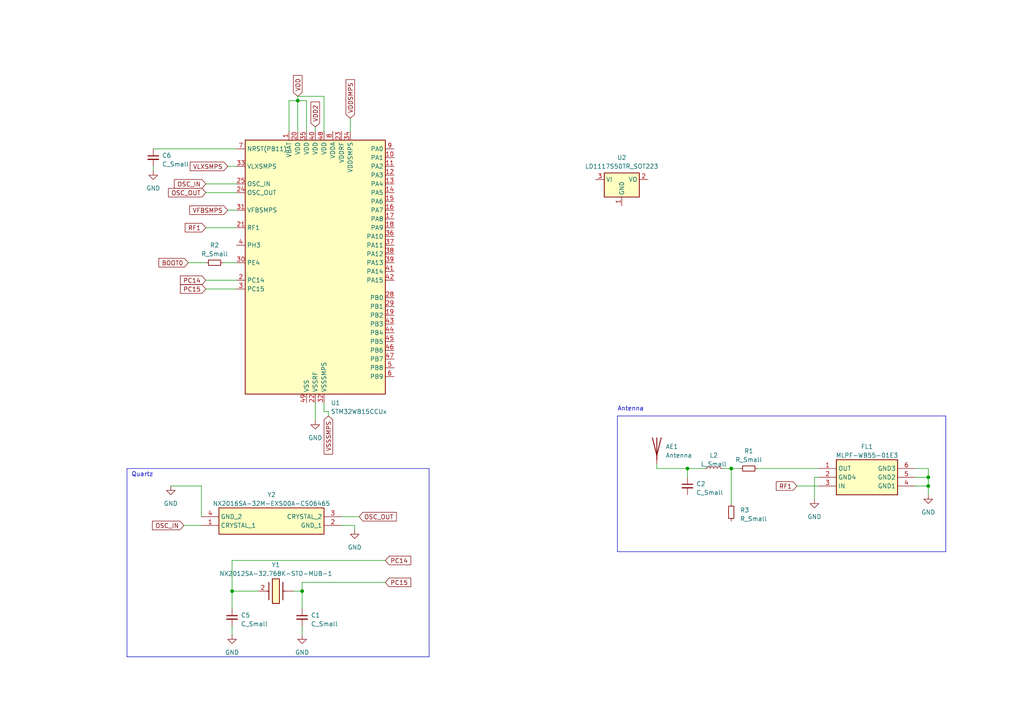
<source format=kicad_sch>
(kicad_sch (version 20230121) (generator eeschema)
  (paper "A4")
  (lib_symbols
    (symbol "Device:Antenna" (pin_numbers hide) (pin_names (offset 1.016) hide)
      (property "Reference" "AE" (at -1.905 1.905 0))
      (property "Value" "Antenna" (at -1.905 0 0))
      (symbol "Antenna_0_1"
        (polyline (pts (xy 0 2.54) (xy 0 -3.81)) (stroke (width 0.254)))
        (polyline (pts (xy 1.27 2.54) (xy 0 -2.54) (xy -1.27 2.54)) (stroke (width 0.254)))
      )
      (symbol "Antenna_1_1"
        (pin input line (at 0 -5.08 90) (length 2.54) (name "A") (number "1"))
      )
    )
    (symbol "Device:C_Small" (pin_numbers hide) (pin_names (offset 0.254) hide)
      (property "Reference" "C" (at 0.254 1.778 0))
      (property "Value" "C_Small" (at 0.254 -2.032 0))
      (symbol "C_Small_0_1"
        (polyline (pts (xy -1.524 -0.508) (xy 1.524 -0.508)) (stroke (width 0.3302)))
        (polyline (pts (xy -1.524 0.508) (xy 1.524 0.508)) (stroke (width 0.3048)))
      )
      (symbol "C_Small_1_1"
        (pin passive line (at 0 2.54 270) (length 2.032) (name "~") (number "1"))
        (pin passive line (at 0 -2.54 90) (length 2.032) (name "~") (number "2"))
      )
    )
    (symbol "Device:L_Small" (pin_numbers hide) (pin_names (offset 0.254) hide)
      (property "Reference" "L" (at 0.762 1.016 0))
      (property "Value" "L_Small" (at 0.762 -1.016 0))
      (symbol "L_Small_0_1"
        (arc (start 0 -2.032) (mid 0.5058 -1.524) (end 0 -1.016))
        (arc (start 0 -1.016) (mid 0.5058 -0.508) (end 0 0))
        (arc (start 0 0) (mid 0.5058 0.508) (end 0 1.016))
        (arc (start 0 1.016) (mid 0.5058 1.524) (end 0 2.032))
      )
      (symbol "L_Small_1_1"
        (pin passive line (at 0 2.54 270) (length 0.508) (name "~") (number "1"))
        (pin passive line (at 0 -2.54 90) (length 0.508) (name "~") (number "2"))
      )
    )
    (symbol "Device:R_Small" (pin_numbers hide) (pin_names (offset 0.254) hide)
      (property "Reference" "R" (at 0.762 0.508 0))
      (property "Value" "R_Small" (at 0.762 -1.016 0))
      (symbol "R_Small_0_1"
        (rectangle (start -0.762 1.778) (end 0.762 -1.778) (stroke (width 0.2032)))
      )
      (symbol "R_Small_1_1"
        (pin passive line (at 0 2.54 270) (length 0.762) (name "~") (number "1"))
        (pin passive line (at 0 -2.54 90) (length 0.762) (name "~") (number "2"))
      )
    )
    (symbol "MCU_ST_STM32WB:STM32WB15CCUx"
      (property "Reference" "U" (at -20.32 39.37 0))
      (property "Value" "STM32WB15CCUx" (at 12.7 39.37 0))
      (symbol "STM32WB15CCUx_0_1"
        (rectangle (start -20.32 -35.56) (end 20.32 38.1) (stroke (width 0.254)) (fill (type background)))
      )
      (symbol "STM32WB15CCUx_1_1"
        (pin power_in line (at -7.62 40.64 270) (length 2.54) (name "VBAT") (number "1"))
        (pin bidirectional line (at 22.86 33.02 180) (length 2.54) (name "PA1") (number "10"))
        (pin bidirectional line (at 22.86 30.48 180) (length 2.54) (name "PA2") (number "11"))
        (pin bidirectional line (at 22.86 27.94 180) (length 2.54) (name "PA3") (number "12"))
        (pin bidirectional line (at 22.86 25.4 180) (length 2.54) (name "PA4") (number "13"))
        (pin bidirectional line (at 22.86 22.86 180) (length 2.54) (name "PA5") (number "14"))
        (pin bidirectional line (at 22.86 20.32 180) (length 2.54) (name "PA6") (number "15"))
        (pin bidirectional line (at 22.86 17.78 180) (length 2.54) (name "PA7") (number "16"))
        (pin bidirectional line (at 22.86 15.24 180) (length 2.54) (name "PA8") (number "17"))
        (pin bidirectional line (at 22.86 12.7 180) (length 2.54) (name "PA9") (number "18"))
        (pin bidirectional line (at 22.86 -12.7 180) (length 2.54) (name "PB2") (number "19"))
        (pin bidirectional line (at -22.86 -2.54 0) (length 2.54) (name "PC14") (number "2"))
        (pin power_in line (at -5.08 40.64 270) (length 2.54) (name "VDD") (number "20"))
        (pin bidirectional line (at -22.86 12.7 0) (length 2.54) (name "RF1") (number "21"))
        (pin power_in line (at 0 -38.1 90) (length 2.54) (name "VSSRF") (number "22"))
        (pin power_in line (at 7.62 40.64 270) (length 2.54) (name "VDDRF") (number "23"))
        (pin input line (at -22.86 22.86 0) (length 2.54) (name "OSC_OUT") (number "24"))
        (pin input line (at -22.86 25.4 0) (length 2.54) (name "OSC_IN") (number "25"))
        (pin no_connect line (at -20.32 -35.56 0) (length 2.54) hide (name "AT0") (number "26"))
        (pin no_connect line (at -20.32 -33.02 0) (length 2.54) hide (name "AT1") (number "27"))
        (pin bidirectional line (at 22.86 -7.62 180) (length 2.54) (name "PB0") (number "28"))
        (pin bidirectional line (at 22.86 -10.16 180) (length 2.54) (name "PB1") (number "29"))
        (pin bidirectional line (at -22.86 -5.08 0) (length 2.54) (name "PC15") (number "3"))
        (pin bidirectional line (at -22.86 2.54 0) (length 2.54) (name "PE4") (number "30"))
        (pin input line (at -22.86 17.78 0) (length 2.54) (name "VFBSMPS") (number "31"))
        (pin power_in line (at 2.54 -38.1 90) (length 2.54) (name "VSSSMPS") (number "32"))
        (pin power_in line (at -22.86 30.48 0) (length 2.54) (name "VLXSMPS") (number "33"))
        (pin power_in line (at 10.16 40.64 270) (length 2.54) (name "VDDSMPS") (number "34"))
        (pin power_in line (at -2.54 40.64 270) (length 2.54) (name "VDD") (number "35"))
        (pin bidirectional line (at 22.86 10.16 180) (length 2.54) (name "PA10") (number "36"))
        (pin bidirectional line (at 22.86 7.62 180) (length 2.54) (name "PA11") (number "37"))
        (pin bidirectional line (at 22.86 5.08 180) (length 2.54) (name "PA12") (number "38"))
        (pin bidirectional line (at 22.86 2.54 180) (length 2.54) (name "PA13") (number "39"))
        (pin bidirectional line (at -22.86 7.62 0) (length 2.54) (name "PH3") (number "4"))
        (pin power_in line (at 0 40.64 270) (length 2.54) (name "VDD") (number "40"))
        (pin bidirectional line (at 22.86 0 180) (length 2.54) (name "PA14") (number "41"))
        (pin bidirectional line (at 22.86 -2.54 180) (length 2.54) (name "PA15") (number "42"))
        (pin bidirectional line (at 22.86 -15.24 180) (length 2.54) (name "PB3") (number "43"))
        (pin bidirectional line (at 22.86 -17.78 180) (length 2.54) (name "PB4") (number "44"))
        (pin bidirectional line (at 22.86 -20.32 180) (length 2.54) (name "PB5") (number "45"))
        (pin bidirectional line (at 22.86 -22.86 180) (length 2.54) (name "PB6") (number "46"))
        (pin bidirectional line (at 22.86 -25.4 180) (length 2.54) (name "PB7") (number "47"))
        (pin power_in line (at 2.54 40.64 270) (length 2.54) (name "VDD") (number "48"))
        (pin power_in line (at -2.54 -38.1 90) (length 2.54) (name "VSS") (number "49"))
        (pin bidirectional line (at 22.86 -27.94 180) (length 2.54) (name "PB8") (number "5"))
        (pin bidirectional line (at 22.86 -30.48 180) (length 2.54) (name "PB9") (number "6"))
        (pin input line (at -22.86 35.56 0) (length 2.54) (name "NRST(PB11)") (number "7"))
        (pin power_in line (at 5.08 40.64 270) (length 2.54) (name "VDDA") (number "8"))
        (pin bidirectional line (at 22.86 35.56 180) (length 2.54) (name "PA0") (number "9"))
      )
    )
    (symbol "MLPF-WB55-01E3:MLPF-WB55-01E3"
      (property "Reference" "FL" (at 24.13 7.62 0))
      (property "Value" "MLPF-WB55-01E3" (at 24.13 5.08 0))
      (symbol "MLPF-WB55-01E3_1_1"
        (rectangle (start 5.08 2.54) (end 22.86 -7.62) (stroke (width 0.254)) (fill (type background)))
        (pin passive line (at 0 0 0) (length 5.08) (name "OUT") (number "1"))
        (pin passive line (at 0 -2.54 0) (length 5.08) (name "GND4") (number "2"))
        (pin passive line (at 0 -5.08 0) (length 5.08) (name "IN") (number "3"))
        (pin passive line (at 27.94 -5.08 180) (length 5.08) (name "GND1") (number "4"))
        (pin passive line (at 27.94 -2.54 180) (length 5.08) (name "GND2") (number "5"))
        (pin passive line (at 27.94 0 180) (length 5.08) (name "GND3") (number "6"))
      )
    )
    (symbol "NX2012SA-32_768K-STD-MUB-1:NX2012SA-32.768K-STD-MUB-1" (pin_names hide)
      (property "Reference" "Y" (at 8.89 6.35 0))
      (property "Value" "NX2012SA-32.768K-STD-MUB-1" (at 8.89 3.81 0))
      (symbol "NX2012SA-32.768K-STD-MUB-1_1_1"
        (polyline (pts (xy 3.048 0) (xy 2.54 0)) (stroke (width 0.254)))
        (polyline (pts (xy 3.048 2.54) (xy 3.048 -2.54)) (stroke (width 0.254)))
        (polyline (pts (xy 7.112 0) (xy 7.62 0)) (stroke (width 0.254)))
        (polyline (pts (xy 7.112 2.54) (xy 7.112 -2.54)) (stroke (width 0.254)))
        (rectangle (start 4.064 3.556) (end 6.096 -3.556) (stroke (width 0.254)) (fill (type background)))
        (pin passive line (at 10.16 0 180) (length 2.54) (name "") (number ""))
        (pin passive line (at 0 0 0) (length 2.54) (name "CRYSTAL_2") (number "2"))
      )
    )
    (symbol "NX2016SA-32M-EXS00A-CS06465:NX2016SA-32M-EXS00A-CS06465"
      (property "Reference" "Y" (at 36.83 7.62 0))
      (property "Value" "NX2016SA-32M-EXS00A-CS06465" (at 36.83 5.08 0))
      (symbol "NX2016SA-32M-EXS00A-CS06465_1_1"
        (rectangle (start 5.08 2.54) (end 35.56 -5.08) (stroke (width 0.254)) (fill (type background)))
        (pin passive line (at 0 -2.54 0) (length 5.08) (name "CRYSTAL_1") (number "1"))
        (pin passive line (at 40.64 -2.54 180) (length 5.08) (name "GND_1") (number "2"))
        (pin passive line (at 40.64 0 180) (length 5.08) (name "CRYSTAL_2") (number "3"))
        (pin passive line (at 0 0 0) (length 5.08) (name "GND_2") (number "4"))
      )
    )
    (symbol "Regulator_Linear:LD1117S50TR_SOT223"
      (property "Reference" "U" (at -3.81 3.175 0))
      (property "Value" "LD1117S50TR_SOT223" (at 0 3.175 0))
      (symbol "LD1117S50TR_SOT223_0_1"
        (rectangle (start -5.08 -5.08) (end 5.08 1.905) (stroke (width 0.254)) (fill (type background)))
      )
      (symbol "LD1117S50TR_SOT223_1_1"
        (pin power_in line (at 0 -7.62 90) (length 2.54) (name "GND") (number "1"))
        (pin power_out line (at 7.62 0 180) (length 2.54) (name "VO") (number "2"))
        (pin power_in line (at -7.62 0 0) (length 2.54) (name "VI") (number "3"))
      )
    )
    (symbol "power:GND" (power) (pin_names (offset 0))
      (property "Value" "GND" (at 0 -3.81 0))
      (symbol "GND_0_1"
        (polyline (pts (xy 0 0) (xy 0 -1.27) (xy 1.27 -1.27) (xy 0 -2.54) (xy -1.27 -1.27) (xy 0 -1.27)))
      )
      (symbol "GND_1_1"
        (pin power_in line (at 0 0 270) (length 0) hide (name "GND") (number "1"))
      )
    )
  )
  (junction (at 212.09 135.89))
  (junction (at 269.24 140.97))
  (junction (at 67.31 171.45))
  (junction (at 86.36 29.21))
  (junction (at 269.24 138.43))
  (junction (at 87.63 171.45))
  (junction (at 199.39 135.89))
  (wire (pts (xy 269.24 138.43) (xy 269.24 140.97)))
  (wire (pts (xy 74.93 171.45) (xy 67.31 171.45)))
  (wire (pts (xy 93.98 27.94) (xy 86.36 27.94)))
  (polyline (pts (xy 274.32 120.65) (xy 274.32 160.02)))
  (wire (pts (xy 67.31 171.45) (xy 67.31 162.56)))
  (wire (pts (xy 93.98 116.84) (xy 93.98 119.38)))
  (wire (pts (xy 88.9 29.21) (xy 86.36 29.21)))
  (wire (pts (xy 219.71 135.89) (xy 237.49 135.89)))
  (wire (pts (xy 86.36 29.21) (xy 86.36 38.1)))
  (wire (pts (xy 199.39 135.89) (xy 199.39 138.43)))
  (polyline (pts (xy 274.32 160.02) (xy 179.07 160.02)))
  (wire (pts (xy 212.09 135.89) (xy 214.63 135.89)))
  (wire (pts (xy 87.63 171.45) (xy 87.63 176.53)))
  (polyline (pts (xy 36.83 135.89) (xy 36.83 190.5)))
  (wire (pts (xy 190.5 135.89) (xy 190.5 134.62)))
  (wire (pts (xy 44.45 48.26) (xy 44.45 49.53)))
  (polyline (pts (xy 179.07 120.65) (xy 179.07 160.02)))
  (wire (pts (xy 59.69 66.04) (xy 68.58 66.04)))
  (wire (pts (xy 66.04 48.26) (xy 68.58 48.26)))
  (wire (pts (xy 87.63 181.61) (xy 87.63 184.15)))
  (wire (pts (xy 58.42 149.86) (xy 58.42 140.97)))
  (wire (pts (xy 93.98 38.1) (xy 93.98 27.94)))
  (wire (pts (xy 44.45 43.18) (xy 68.58 43.18)))
  (wire (pts (xy 86.36 29.21) (xy 86.36 27.94)))
  (wire (pts (xy 269.24 140.97) (xy 269.24 143.51)))
  (polyline (pts (xy 124.46 190.5) (xy 124.46 135.89)))
  (wire (pts (xy 265.43 135.89) (xy 269.24 135.89)))
  (wire (pts (xy 83.82 38.1) (xy 83.82 29.21)))
  (wire (pts (xy 66.04 60.96) (xy 68.58 60.96)))
  (wire (pts (xy 204.47 135.89) (xy 199.39 135.89)))
  (wire (pts (xy 265.43 138.43) (xy 269.24 138.43)))
  (wire (pts (xy 237.49 138.43) (xy 236.22 138.43)))
  (wire (pts (xy 59.69 55.88) (xy 68.58 55.88)))
  (wire (pts (xy 67.31 181.61) (xy 67.31 184.15)))
  (wire (pts (xy 91.44 36.83) (xy 91.44 38.1)))
  (wire (pts (xy 54.61 76.2) (xy 59.69 76.2)))
  (wire (pts (xy 231.14 140.97) (xy 237.49 140.97)))
  (wire (pts (xy 88.9 38.1) (xy 88.9 29.21)))
  (wire (pts (xy 265.43 140.97) (xy 269.24 140.97)))
  (wire (pts (xy 95.25 119.38) (xy 95.25 120.65)))
  (wire (pts (xy 59.69 83.82) (xy 68.58 83.82)))
  (wire (pts (xy 209.55 135.89) (xy 212.09 135.89)))
  (wire (pts (xy 93.98 119.38) (xy 95.25 119.38)))
  (wire (pts (xy 269.24 135.89) (xy 269.24 138.43)))
  (wire (pts (xy 101.6 34.29) (xy 101.6 38.1)))
  (wire (pts (xy 67.31 171.45) (xy 67.31 176.53)))
  (wire (pts (xy 85.09 171.45) (xy 87.63 171.45)))
  (wire (pts (xy 199.39 135.89) (xy 190.5 135.89)))
  (wire (pts (xy 236.22 138.43) (xy 236.22 144.78)))
  (wire (pts (xy 53.34 152.4) (xy 58.42 152.4)))
  (wire (pts (xy 67.31 162.56) (xy 111.76 162.56)))
  (wire (pts (xy 59.69 53.34) (xy 68.58 53.34)))
  (wire (pts (xy 99.06 149.86) (xy 104.14 149.86)))
  (wire (pts (xy 212.09 135.89) (xy 212.09 146.05)))
  (wire (pts (xy 91.44 116.84) (xy 91.44 121.92)))
  (wire (pts (xy 83.82 29.21) (xy 86.36 29.21)))
  (polyline (pts (xy 36.83 135.89) (xy 124.46 135.89)))
  (wire (pts (xy 58.42 140.97) (xy 49.53 140.97)))
  (wire (pts (xy 99.06 152.4) (xy 102.87 152.4)))
  (polyline (pts (xy 179.07 120.65) (xy 274.32 120.65)))
  (wire (pts (xy 87.63 168.91) (xy 111.76 168.91)))
  (wire (pts (xy 87.63 171.45) (xy 87.63 168.91)))
  (polyline (pts (xy 36.83 190.5) (xy 124.46 190.5)))
  (wire (pts (xy 102.87 152.4) (xy 102.87 153.67)))
  (wire (pts (xy 59.69 81.28) (xy 68.58 81.28)))
  (wire (pts (xy 64.77 76.2) (xy 68.58 76.2)))
  (text "Antenna" (at 179.07 119.38 0) (effects (font (size 1.27 1.27)) (justify left bottom)))
  (text "Quartz" (at 38.1 138.43 0) (effects (font (size 1.27 1.27)) (justify left bottom)))
  (global_label "BOOT0" (shape input) (at 54.61 76.2 180) (property "Intersheetrefs" "${INTERSHEET_REFS}" (effects hide)))
  (global_label "OSC_IN" (shape input) (at 59.69 53.34 180) (property "Intersheetrefs" "${INTERSHEET_REFS}" (effects hide)))
  (global_label "VFBSMPS" (shape input) (at 66.04 60.96 180) (property "Intersheetrefs" "${INTERSHEET_REFS}" (effects hide)))
  (global_label "OSC_IN" (shape input) (at 53.34 152.4 180) (property "Intersheetrefs" "${INTERSHEET_REFS}" (effects hide)))
  (global_label "OSC_OUT" (shape input) (at 59.69 55.88 180) (property "Intersheetrefs" "${INTERSHEET_REFS}" (effects hide)))
  (global_label "PC15" (shape input) (at 59.69 83.82 180) (property "Intersheetrefs" "${INTERSHEET_REFS}" (effects hide)))
  (global_label "VSSSMPS" (shape input) (at 95.25 120.65 270) (property "Intersheetrefs" "${INTERSHEET_REFS}" (effects hide)))
  (global_label "PC15" (shape input) (at 111.76 168.91 0) (property "Intersheetrefs" "${INTERSHEET_REFS}" (effects hide)))
  (global_label "PC14" (shape input) (at 111.76 162.56 0) (property "Intersheetrefs" "${INTERSHEET_REFS}" (effects hide)))
  (global_label "VDD" (shape input) (at 86.36 27.94 90) (property "Intersheetrefs" "${INTERSHEET_REFS}" (effects hide)))
  (global_label "VDDSMPS" (shape input) (at 101.6 34.29 90) (property "Intersheetrefs" "${INTERSHEET_REFS}" (effects hide)))
  (global_label "VDD2" (shape input) (at 91.44 36.83 90) (property "Intersheetrefs" "${INTERSHEET_REFS}" (effects hide)))
  (global_label "VLXSMPS" (shape input) (at 66.04 48.26 180) (property "Intersheetrefs" "${INTERSHEET_REFS}" (effects hide)))
  (global_label "PC14" (shape input) (at 59.69 81.28 180) (property "Intersheetrefs" "${INTERSHEET_REFS}" (effects hide)))
  (global_label "OSC_OUT" (shape input) (at 104.14 149.86 0) (property "Intersheetrefs" "${INTERSHEET_REFS}" (effects hide)))
  (global_label "RF1" (shape input) (at 59.69 66.04 180) (property "Intersheetrefs" "${INTERSHEET_REFS}" (effects hide)))
  (global_label "RF1" (shape input) (at 231.14 140.97 180) (property "Intersheetrefs" "${INTERSHEET_REFS}" (effects hide)))
  (symbol (lib_id "Device:R_Small") (at 62.23 76.2 90) (unit 1)
    (property "Reference" "R2" (at 62.23 71.12 90))
    (property "Value" "R_Small" (at 62.23 73.66 90))
  )
  (symbol (lib_id "Device:L_Small") (at 207.01 135.89 90) (unit 1)
    (property "Reference" "L2" (at 207.01 132.08 90))
    (property "Value" "L_Small" (at 207.01 134.62 90))
  )
  (symbol (lib_id "Device:C_Small") (at 87.63 179.07 0) (unit 1)
    (property "Reference" "C1" (at 90.17 178.4413 0) (effects (justify left)))
    (property "Value" "C_Small" (at 90.17 180.9813 0) (effects (justify left)))
  )
  (symbol (lib_id "power:GND") (at 44.45 49.53 0) (unit 1)
    (property "Reference" "#PWR09" (effects hide))
    (property "Value" "GND" (at 44.45 54.61 0))
  )
  (symbol (lib_id "NX2016SA-32M-EXS00A-CS06465:NX2016SA-32M-EXS00A-CS06465") (at 58.42 149.86 0) (unit 1)
    (property "Reference" "Y2" (at 78.74 143.51 0))
    (property "Value" "NX2016SA-32M-EXS00A-CS06465" (at 78.74 146.05 0))
    (property "Footprint" "NX2016SA32MEXS00ACS06465" (effects hide))
    (property "Datasheet" "http://www.ndk.com/images/products/catalog/c_NX2016SA_e.pdf" (effects hide))
    (property "Height" "0.5" (effects hide))
    (property "Mouser Part Number" "344-NX2016SA32S06465" (effects hide))
    (property "Mouser Price/Stock" "https://www.mouser.co.uk/ProductDetail/NDK/NX2016SA-32M-EXS00A-CS06465?qs=w%2Fv1CP2dgqr82b0JjRnv4A%3D%3D" (effects hide))
    (property "Manufacturer_Name" "NDK" (effects hide))
    (property "Manufacturer_Part_Number" "NX2016SA-32M-EXS00A-CS06465" (effects hide))
  )
  (symbol (lib_id "power:GND") (at 236.22 144.78 0) (unit 1)
    (property "Reference" "#PWR02" (effects hide))
    (property "Value" "GND" (at 236.22 149.86 0))
  )
  (symbol (lib_id "power:GND") (at 87.63 184.15 0) (unit 1)
    (property "Reference" "#PWR08" (effects hide))
    (property "Value" "GND" (at 87.63 189.23 0))
  )
  (symbol (lib_id "power:GND") (at 91.44 121.92 0) (unit 1)
    (property "Reference" "#PWR03" (effects hide))
    (property "Value" "GND" (at 91.44 127 0))
  )
  (symbol (lib_id "Device:C_Small") (at 67.31 179.07 0) (unit 1)
    (property "Reference" "C5" (at 69.85 178.4413 0) (effects (justify left)))
    (property "Value" "C_Small" (at 69.85 180.9813 0) (effects (justify left)))
  )
  (symbol (lib_id "MCU_ST_STM32WB:STM32WB15CCUx") (at 91.44 78.74 0) (unit 1)
    (property "Reference" "U1" (at 95.9359 116.84 0) (effects (justify left)))
    (property "Value" "STM32WB15CCUx" (at 95.9359 119.38 0) (effects (justify left)))
    (property "Footprint" "Package_DFN_QFN:QFN-48-1EP_7x7mm_P0.5mm_EP5.6x5.6mm" (effects hide))
    (property "Datasheet" "https://www.st.com/resource/en/datasheet/stm32wb15cc.pdf" (effects hide))
  )
  (symbol (lib_id "Device:R_Small") (at 212.09 148.59 0) (unit 1)
    (property "Reference" "R3" (at 214.63 147.955 0) (effects (justify left)))
    (property "Value" "R_Small" (at 214.63 150.495 0) (effects (justify left)))
  )
  (symbol (lib_id "MLPF-WB55-01E3:MLPF-WB55-01E3") (at 237.49 135.89 0) (unit 1)
    (property "Reference" "FL1" (at 251.46 129.54 0))
    (property "Value" "MLPF-WB55-01E3" (at 251.46 132.08 0))
    (property "Footprint" "MLPFWB5501E3" (effects hide))
    (property "Datasheet" "https://www.st.com/resource/en/datasheet/mlpf-wb55-01e3.pdf" (effects hide))
    (property "Height" "0.7" (effects hide))
    (property "Mouser Part Number" "511-MLPF-WB55-01E3" (effects hide))
    (property "Mouser Price/Stock" "https://www.mouser.co.uk/ProductDetail/STMicroelectronics/MLPF-WB55-01E3?qs=vLWxofP3U2xV%2FkxL9PmCDA%3D%3D" (effects hide))
    (property "Manufacturer_Name" "STMicroelectronics" (effects hide))
    (property "Manufacturer_Part_Number" "MLPF-WB55-01E3" (effects hide))
  )
  (symbol (lib_id "Device:Antenna") (at 190.5 129.54 0) (unit 1)
    (property "Reference" "AE1" (at 193.04 129.54 0) (effects (justify left)))
    (property "Value" "Antenna" (at 193.04 132.08 0) (effects (justify left)))
  )
  (symbol (lib_id "Device:C_Small") (at 199.39 140.97 0) (unit 1)
    (property "Reference" "C2" (at 201.93 140.3413 0) (effects (justify left)))
    (property "Value" "C_Small" (at 201.93 142.8813 0) (effects (justify left)))
  )
  (symbol (lib_id "power:GND") (at 269.24 143.51 0) (unit 1)
    (property "Reference" "#PWR01" (effects hide))
    (property "Value" "GND" (at 269.24 148.59 0))
  )
  (symbol (lib_id "Device:R_Small") (at 217.17 135.89 90) (unit 1)
    (property "Reference" "R1" (at 217.17 130.81 90))
    (property "Value" "R_Small" (at 217.17 133.35 90))
  )
  (symbol (lib_id "power:GND") (at 102.87 153.67 0) (unit 1)
    (property "Reference" "#PWR06" (effects hide))
    (property "Value" "GND" (at 102.87 158.75 0))
  )
  (symbol (lib_id "power:GND") (at 49.53 140.97 0) (unit 1)
    (property "Reference" "#PWR05" (effects hide))
    (property "Value" "GND" (at 49.53 146.05 0))
  )
  (symbol (lib_id "Device:C_Small") (at 44.45 45.72 0) (unit 1)
    (property "Reference" "C6" (at 46.99 45.0913 0) (effects (justify left)))
    (property "Value" "C_Small" (at 46.99 47.6313 0) (effects (justify left)))
  )
  (symbol (lib_id "power:GND") (at 67.31 184.15 0) (unit 1)
    (property "Reference" "#PWR07" (effects hide))
    (property "Value" "GND" (at 67.31 189.23 0))
  )
  (symbol (lib_id "Regulator_Linear:LD1117S50TR_SOT223") (at 180.34 52.07 0) (unit 1)
    (property "Reference" "U2" (at 180.34 45.72 0))
    (property "Value" "LD1117S50TR_SOT223" (at 180.34 48.26 0))
    (property "Footprint" "Package_TO_SOT_SMD:SOT-223-3_TabPin2" (effects hide))
    (property "Datasheet" "http://www.st.com/st-web-ui/static/active/en/resource/technical/document/datasheet/CD00000544.pdf" (effects hide))
  )
  (symbol (lib_id "NX2012SA-32_768K-STD-MUB-1:NX2012SA-32.768K-STD-MUB-1") (at 74.93 171.45 0) (unit 1)
    (property "Reference" "Y1" (at 80.01 163.83 0))
    (property "Value" "NX2012SA-32.768K-STD-MUB-1" (at 80.01 166.37 0))
    (property "Footprint" "NX2012SA32768KSTDMUB1" (effects hide))
    (property "Datasheet" "https://www.mouser.de/datasheet/2/905/c_NX2012SA-STD-MUB-1_e-1317508.pdf" (effects hide))
    (property "Height" "0.6" (effects hide))
    (property "Mouser Part Number" "344-NX2012SA32768K1" (effects hide))
    (property "Mouser Price/Stock" "https://www.mouser.co.uk/ProductDetail/NDK/NX2012SA-32.768K-STD-MUB-1?qs=55YtniHzbhA%252B6%2Fl1MwFZaQ%3D%3D" (effects hide))
    (property "Manufacturer_Name" "NDK" (effects hide))
    (property "Manufacturer_Part_Number" "NX2012SA-32.768K-STD-MUB-1" (effects hide))
  )
)
</source>
